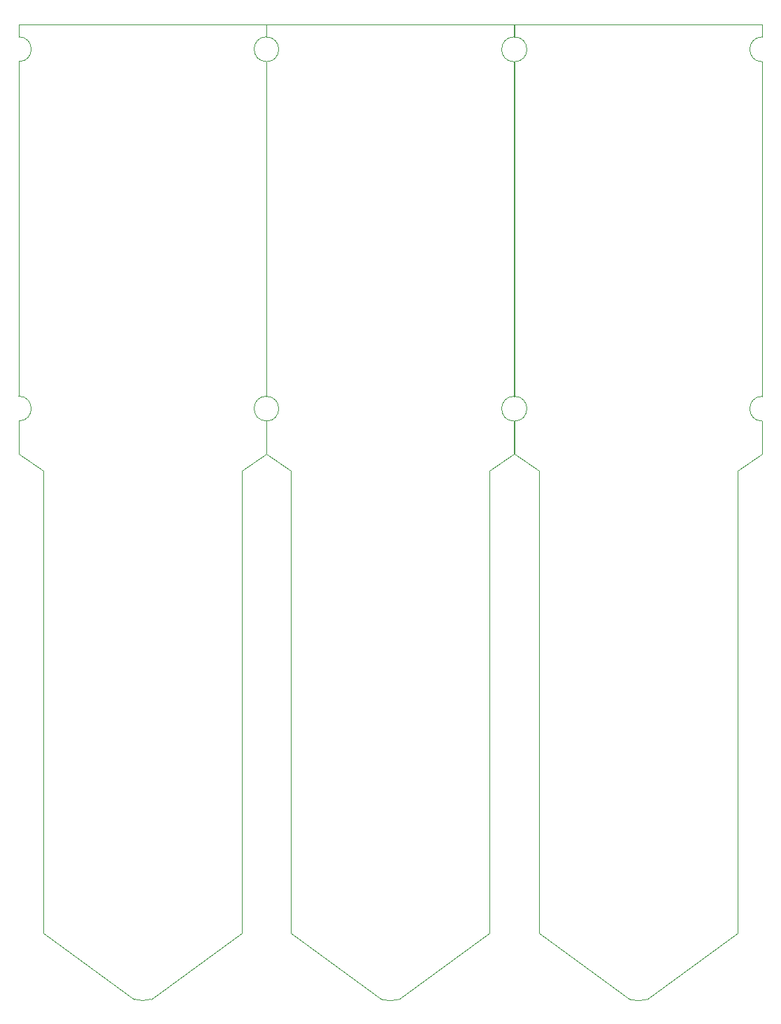
<source format=gbr>
G04 #@! TF.GenerationSoftware,KiCad,Pcbnew,(5.1.5)-3*
G04 #@! TF.CreationDate,2021-03-30T01:03:12+08:00*
G04 #@! TF.ProjectId,panelize,70616e65-6c69-47a6-952e-6b696361645f,1.1.0*
G04 #@! TF.SameCoordinates,Original*
G04 #@! TF.FileFunction,Profile,NP*
%FSLAX46Y46*%
G04 Gerber Fmt 4.6, Leading zero omitted, Abs format (unit mm)*
G04 Created by KiCad (PCBNEW (5.1.5)-3) date 2021-03-30 01:03:12*
%MOMM*%
%LPD*%
G04 APERTURE LIST*
%ADD10C,0.050000*%
G04 APERTURE END LIST*
D10*
X157130000Y-13480000D02*
X157130000Y-53980000D01*
X157130000Y-8980000D02*
X157130000Y-10480000D01*
X127130000Y-10480000D02*
X127130000Y-8980000D01*
X127130000Y-53980000D02*
X127130000Y-13480000D01*
X127130000Y-60980000D02*
X127130000Y-56980000D01*
X157130000Y-56980000D02*
X157130000Y-60980000D01*
X127130000Y-10480000D02*
G75*
G02X127130000Y-13480000I0J-1500000D01*
G01*
X157130000Y-13480000D02*
G75*
G02X157130000Y-10480000I0J1500000D01*
G01*
X157130000Y-56980000D02*
G75*
G02X157130000Y-53980000I0J1500000D01*
G01*
X127130000Y-53980000D02*
G75*
G02X127130000Y-56980000I0J-1500000D01*
G01*
X141130000Y-126980000D02*
X130130000Y-118980000D01*
X143130000Y-126979999D02*
X154130000Y-118980000D01*
X143130000Y-126979998D02*
G75*
G02X141130001Y-126979999I-1000000J2999998D01*
G01*
X154130000Y-62980000D02*
X154130000Y-118980000D01*
X130130000Y-62980000D02*
X130130000Y-118980000D01*
X127130000Y-60980000D02*
X130130000Y-62980000D01*
X157130000Y-60980000D02*
X154130000Y-62980000D01*
X127130000Y-8980000D02*
X157130000Y-8980000D01*
X187100000Y-13500000D02*
X187100000Y-54000000D01*
X187100000Y-9000000D02*
X187100000Y-10500000D01*
X157100000Y-10500000D02*
X157100000Y-9000000D01*
X157100000Y-54000000D02*
X157100000Y-13500000D01*
X157100000Y-61000000D02*
X157100000Y-57000000D01*
X187100000Y-57000000D02*
X187100000Y-61000000D01*
X157100000Y-10500000D02*
G75*
G02X157100000Y-13500000I0J-1500000D01*
G01*
X187100000Y-13500000D02*
G75*
G02X187100000Y-10500000I0J1500000D01*
G01*
X187100000Y-57000000D02*
G75*
G02X187100000Y-54000000I0J1500000D01*
G01*
X157100000Y-54000000D02*
G75*
G02X157100000Y-57000000I0J-1500000D01*
G01*
X171100000Y-127000000D02*
X160100000Y-119000000D01*
X173100000Y-126999999D02*
X184100000Y-119000000D01*
X173100000Y-126999998D02*
G75*
G02X171100001Y-126999999I-1000000J2999998D01*
G01*
X184100000Y-63000000D02*
X184100000Y-119000000D01*
X160100000Y-63000000D02*
X160100000Y-119000000D01*
X157100000Y-61000000D02*
X160100000Y-63000000D01*
X187100000Y-61000000D02*
X184100000Y-63000000D01*
X157100000Y-9000000D02*
X187100000Y-9000000D01*
X217150000Y-13500000D02*
X217150000Y-54000000D01*
X217150000Y-9000000D02*
X217150000Y-10500000D01*
X187150000Y-10500000D02*
X187150000Y-9000000D01*
X187150000Y-54000000D02*
X187150000Y-13500000D01*
X187150000Y-61000000D02*
X187150000Y-57000000D01*
X217150000Y-57000000D02*
X217150000Y-61000000D01*
X187150000Y-10500000D02*
G75*
G02X187150000Y-13500000I0J-1500000D01*
G01*
X217150000Y-13500000D02*
G75*
G02X217150000Y-10500000I0J1500000D01*
G01*
X217150000Y-57000000D02*
G75*
G02X217150000Y-54000000I0J1500000D01*
G01*
X187150000Y-54000000D02*
G75*
G02X187150000Y-57000000I0J-1500000D01*
G01*
X201150000Y-127000000D02*
X190150000Y-119000000D01*
X203150000Y-126999999D02*
X214150000Y-119000000D01*
X203150000Y-126999998D02*
G75*
G02X201150001Y-126999999I-1000000J2999998D01*
G01*
X214150000Y-63000000D02*
X214150000Y-119000000D01*
X190150000Y-63000000D02*
X190150000Y-119000000D01*
X187150000Y-61000000D02*
X190150000Y-63000000D01*
X217150000Y-61000000D02*
X214150000Y-63000000D01*
X187150000Y-9000000D02*
X217150000Y-9000000D01*
M02*

</source>
